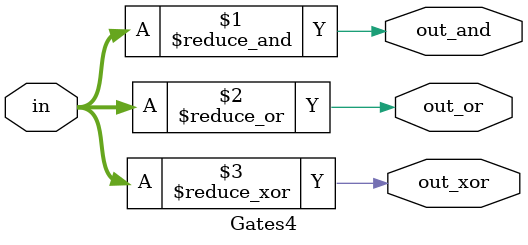
<source format=v>
`timescale 1ns / 1ps


module Gates4(
    input [3:0] in,
    output out_and,
    output out_or,
    output out_xor
    );
	
	assign out_and = & in;
	assign out_or  = | in;
	assign out_xor = ^ in;
endmodule

</source>
